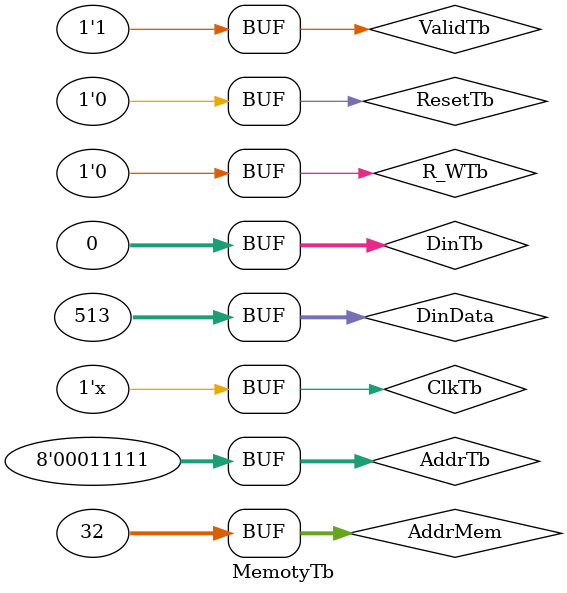
<source format=v>
`timescale 1ns/1ps
module MemotyTb();
    parameter AddrSizeTb = 8;
    parameter DataSizeTb = 32;


    reg ClkTb = 0;
    reg ResetTb = 0;
    reg[DataSizeTb-1: 0] DinTb = 0;
    reg[AddrSizeTb-1: 0] AddrTb = 0;
    reg ValidTb= 0;
    reg R_WTb= 0;

    wire[DataSizeTb-1: 0] DoutTb;

    reg[DataSizeTb-1: 0] DinData;
    integer AddrMem;

    //instantiate Memory
    Memory #(AddrSizeTb, DataSizeTb)MemoryInst(.Clk(ClkTb),
                                               .Reset(ResetTb),
                                               .Din(DinTb),
                                               .Addr(AddrTb),
                                               .Valid(ValidTb),
                                               .R_W(R_WTb),
                                               .Dout(DoutTb));

    initial begin
        ResetTb = 1'b1;
        #34
        ResetTb = 1'b0;
        DinData = 32'h1;

        //Drive read to various addresses
        ValidTb = 1'b1;
        R_WTb = 1'b1;
        for(AddrMem = 0; AddrMem < 8'h20 ; AddrMem= AddrMem + 1)begin
            #25;
            AddrTb = AddrMem;
            DinTb = DinData;
            DinData = DinData + 32'h10;
        end

        ValidTb = 1'b0;
        R_WTb = 1'b0;
        AddrTb = 0;
        DinTb = 0;

        #100

        ValidTb = 1'b1;
        R_WTb = 1'b0;
        for(AddrMem = 0; AddrMem < 8'h20 ; AddrMem= AddrMem + 1)begin
            #25;
            AddrTb = AddrMem;
        end
    end

    always #10 ClkTb <= ~ClkTb;
endmodule
</source>
